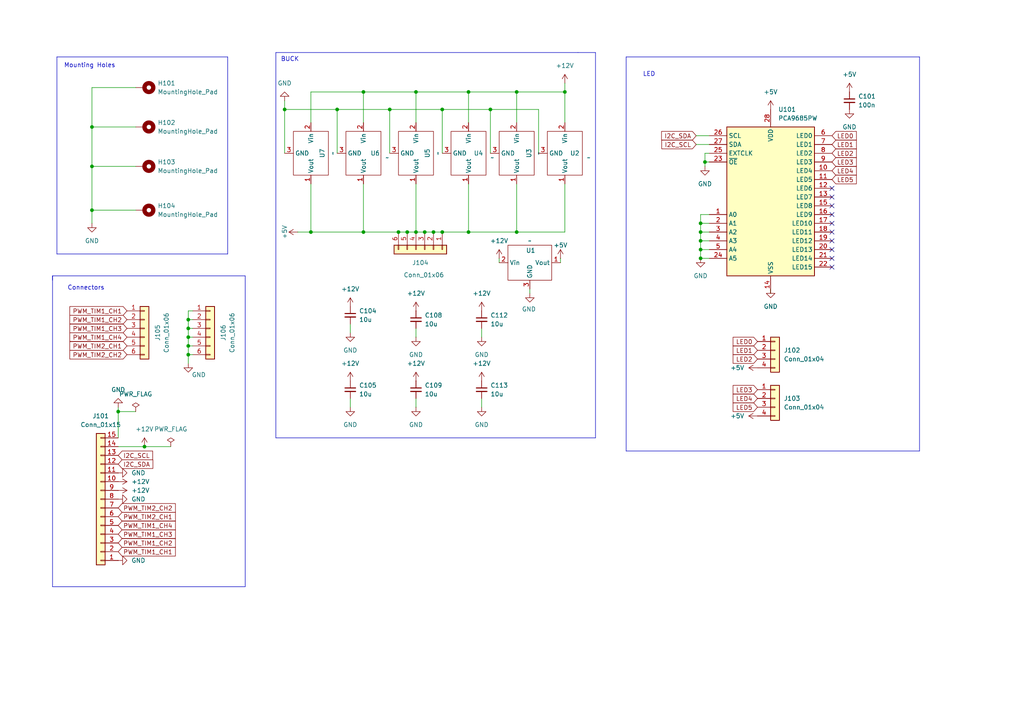
<source format=kicad_sch>
(kicad_sch (version 20231120) (generator "eeschema") (generator_version "8.0")
  (paper "A4")
  (title_block (title "PCB_tête") (date "2024-03-09") (rev "1.0") (company "ENSEA"))
  (lib_symbols
    (symbol "+5V_2" (power) (pin_numbers hide) (pin_names (offset 0) hide)
      (property "Value" "+5V" (at 0 3.556 0))
      (symbol "+5V_2_0_1"
        (polyline (pts (xy -0.762 1.27) (xy 0 2.54)))
        (polyline (pts (xy 0 0) (xy 0 2.54)))
        (polyline (pts (xy 0 2.54) (xy 0.762 1.27)))
      )
      (symbol "+5V_2_1_1"
        (pin power_in line (at 0 0 90) (length 0) (name "~") (number "1"))
      )
    )
    (symbol "Connector_Generic:Conn_01x04" (pin_names (offset 1.016) hide)
      (property "Reference" "J" (at 0 5.08 0))
      (property "Value" "Conn_01x04" (at 0 -7.62 0))
      (symbol "Conn_01x04_1_1"
        (rectangle (start -1.27 -4.953) (end 0 -5.207) (stroke (width 0.1524)))
        (rectangle (start -1.27 -2.413) (end 0 -2.667) (stroke (width 0.1524)))
        (rectangle (start -1.27 0.127) (end 0 -0.127) (stroke (width 0.1524)))
        (rectangle (start -1.27 2.667) (end 0 2.413) (stroke (width 0.1524)))
        (rectangle (start -1.27 3.81) (end 1.27 -6.35) (stroke (width 0.254)) (fill (type background)))
        (pin passive line (at -5.08 2.54 0) (length 3.81) (name "Pin_1") (number "1"))
        (pin passive line (at -5.08 0 0) (length 3.81) (name "Pin_2") (number "2"))
        (pin passive line (at -5.08 -2.54 0) (length 3.81) (name "Pin_3") (number "3"))
        (pin passive line (at -5.08 -5.08 0) (length 3.81) (name "Pin_4") (number "4"))
      )
    )
    (symbol "Connector_Generic:Conn_01x06" (pin_names (offset 1.016) hide)
      (property "Reference" "J" (at 0 7.62 0))
      (property "Value" "Conn_01x06" (at 0 -10.16 0))
      (symbol "Conn_01x06_1_1"
        (rectangle (start -1.27 -7.493) (end 0 -7.747) (stroke (width 0.1524)))
        (rectangle (start -1.27 -4.953) (end 0 -5.207) (stroke (width 0.1524)))
        (rectangle (start -1.27 -2.413) (end 0 -2.667) (stroke (width 0.1524)))
        (rectangle (start -1.27 0.127) (end 0 -0.127) (stroke (width 0.1524)))
        (rectangle (start -1.27 2.667) (end 0 2.413) (stroke (width 0.1524)))
        (rectangle (start -1.27 5.207) (end 0 4.953) (stroke (width 0.1524)))
        (rectangle (start -1.27 6.35) (end 1.27 -8.89) (stroke (width 0.254)) (fill (type background)))
        (pin passive line (at -5.08 5.08 0) (length 3.81) (name "Pin_1") (number "1"))
        (pin passive line (at -5.08 2.54 0) (length 3.81) (name "Pin_2") (number "2"))
        (pin passive line (at -5.08 0 0) (length 3.81) (name "Pin_3") (number "3"))
        (pin passive line (at -5.08 -2.54 0) (length 3.81) (name "Pin_4") (number "4"))
        (pin passive line (at -5.08 -5.08 0) (length 3.81) (name "Pin_5") (number "5"))
        (pin passive line (at -5.08 -7.62 0) (length 3.81) (name "Pin_6") (number "6"))
      )
    )
    (symbol "Connector_Generic:Conn_01x15" (pin_names (offset 1.016) hide)
      (property "Reference" "J" (at 0 20.32 0))
      (property "Value" "Conn_01x15" (at 0 -20.32 0))
      (symbol "Conn_01x15_1_1"
        (rectangle (start -1.27 -17.653) (end 0 -17.907) (stroke (width 0.1524)))
        (rectangle (start -1.27 -15.113) (end 0 -15.367) (stroke (width 0.1524)))
        (rectangle (start -1.27 -12.573) (end 0 -12.827) (stroke (width 0.1524)))
        (rectangle (start -1.27 -10.033) (end 0 -10.287) (stroke (width 0.1524)))
        (rectangle (start -1.27 -7.493) (end 0 -7.747) (stroke (width 0.1524)))
        (rectangle (start -1.27 -4.953) (end 0 -5.207) (stroke (width 0.1524)))
        (rectangle (start -1.27 -2.413) (end 0 -2.667) (stroke (width 0.1524)))
        (rectangle (start -1.27 0.127) (end 0 -0.127) (stroke (width 0.1524)))
        (rectangle (start -1.27 2.667) (end 0 2.413) (stroke (width 0.1524)))
        (rectangle (start -1.27 5.207) (end 0 4.953) (stroke (width 0.1524)))
        (rectangle (start -1.27 7.747) (end 0 7.493) (stroke (width 0.1524)))
        (rectangle (start -1.27 10.287) (end 0 10.033) (stroke (width 0.1524)))
        (rectangle (start -1.27 12.827) (end 0 12.573) (stroke (width 0.1524)))
        (rectangle (start -1.27 15.367) (end 0 15.113) (stroke (width 0.1524)))
        (rectangle (start -1.27 17.907) (end 0 17.653) (stroke (width 0.1524)))
        (rectangle (start -1.27 19.05) (end 1.27 -19.05) (stroke (width 0.254)) (fill (type background)))
        (pin passive line (at -5.08 17.78 0) (length 3.81) (name "Pin_1") (number "1"))
        (pin passive line (at -5.08 -5.08 0) (length 3.81) (name "Pin_10") (number "10"))
        (pin passive line (at -5.08 -7.62 0) (length 3.81) (name "Pin_11") (number "11"))
        (pin passive line (at -5.08 -10.16 0) (length 3.81) (name "Pin_12") (number "12"))
        (pin passive line (at -5.08 -12.7 0) (length 3.81) (name "Pin_13") (number "13"))
        (pin passive line (at -5.08 -15.24 0) (length 3.81) (name "Pin_14") (number "14"))
        (pin passive line (at -5.08 -17.78 0) (length 3.81) (name "Pin_15") (number "15"))
        (pin passive line (at -5.08 15.24 0) (length 3.81) (name "Pin_2") (number "2"))
        (pin passive line (at -5.08 12.7 0) (length 3.81) (name "Pin_3") (number "3"))
        (pin passive line (at -5.08 10.16 0) (length 3.81) (name "Pin_4") (number "4"))
        (pin passive line (at -5.08 7.62 0) (length 3.81) (name "Pin_5") (number "5"))
        (pin passive line (at -5.08 5.08 0) (length 3.81) (name "Pin_6") (number "6"))
        (pin passive line (at -5.08 2.54 0) (length 3.81) (name "Pin_7") (number "7"))
        (pin passive line (at -5.08 0 0) (length 3.81) (name "Pin_8") (number "8"))
        (pin passive line (at -5.08 -2.54 0) (length 3.81) (name "Pin_9") (number "9"))
      )
    )
    (symbol "Device:C_Small" (pin_numbers hide) (pin_names (offset 0.254) hide)
      (property "Reference" "C" (at 0.254 1.778 0))
      (property "Value" "C_Small" (at 0.254 -2.032 0))
      (symbol "C_Small_0_1"
        (polyline (pts (xy -1.524 -0.508) (xy 1.524 -0.508)) (stroke (width 0.3302)))
        (polyline (pts (xy -1.524 0.508) (xy 1.524 0.508)) (stroke (width 0.3048)))
      )
      (symbol "C_Small_1_1"
        (pin passive line (at 0 2.54 270) (length 2.032) (name "~") (number "1"))
        (pin passive line (at 0 -2.54 90) (length 2.032) (name "~") (number "2"))
      )
    )
    (symbol "Driver_LED:PCA9685PW"
      (property "Reference" "U" (at -12.7 22.225 0))
      (property "Value" "PCA9685PW" (at 1.27 22.225 0))
      (symbol "PCA9685PW_0_1"
        (rectangle (start -12.7 20.32) (end 12.7 -22.86) (stroke (width 0.254)) (fill (type background)))
      )
      (symbol "PCA9685PW_1_1"
        (pin input line (at -17.78 -5.08 0) (length 5.08) (name "A0") (number "1"))
        (pin output line (at 17.78 7.62 180) (length 5.08) (name "LED4") (number "10"))
        (pin output line (at 17.78 5.08 180) (length 5.08) (name "LED5") (number "11"))
        (pin output line (at 17.78 2.54 180) (length 5.08) (name "LED6") (number "12"))
        (pin output line (at 17.78 0 180) (length 5.08) (name "LED7") (number "13"))
        (pin power_in line (at 0 -27.94 90) (length 5.08) (name "VSS") (number "14"))
        (pin output line (at 17.78 -2.54 180) (length 5.08) (name "LED8") (number "15"))
        (pin output line (at 17.78 -5.08 180) (length 5.08) (name "LED9") (number "16"))
        (pin output line (at 17.78 -7.62 180) (length 5.08) (name "LED10") (number "17"))
        (pin output line (at 17.78 -10.16 180) (length 5.08) (name "LED11") (number "18"))
        (pin output line (at 17.78 -12.7 180) (length 5.08) (name "LED12") (number "19"))
        (pin input line (at -17.78 -7.62 0) (length 5.08) (name "A1") (number "2"))
        (pin output line (at 17.78 -15.24 180) (length 5.08) (name "LED13") (number "20"))
        (pin output line (at 17.78 -17.78 180) (length 5.08) (name "LED14") (number "21"))
        (pin output line (at 17.78 -20.32 180) (length 5.08) (name "LED15") (number "22"))
        (pin input line (at -17.78 10.16 0) (length 5.08) (name "~{OE}") (number "23"))
        (pin input line (at -17.78 -17.78 0) (length 5.08) (name "A5") (number "24"))
        (pin input line (at -17.78 12.7 0) (length 5.08) (name "EXTCLK") (number "25"))
        (pin input line (at -17.78 17.78 0) (length 5.08) (name "SCL") (number "26"))
        (pin bidirectional line (at -17.78 15.24 0) (length 5.08) (name "SDA") (number "27"))
        (pin power_in line (at 0 25.4 270) (length 5.08) (name "VDD") (number "28"))
        (pin input line (at -17.78 -10.16 0) (length 5.08) (name "A2") (number "3"))
        (pin input line (at -17.78 -12.7 0) (length 5.08) (name "A3") (number "4"))
        (pin input line (at -17.78 -15.24 0) (length 5.08) (name "A4") (number "5"))
        (pin output line (at 17.78 17.78 180) (length 5.08) (name "LED0") (number "6"))
        (pin output line (at 17.78 15.24 180) (length 5.08) (name "LED1") (number "7"))
        (pin output line (at 17.78 12.7 180) (length 5.08) (name "LED2") (number "8"))
        (pin output line (at 17.78 10.16 180) (length 5.08) (name "LED3") (number "9"))
      )
    )
    (symbol "GND_1" (power) (pin_numbers hide) (pin_names (offset 0) hide)
      (property "Value" "GND" (at 0 -3.81 0))
      (symbol "GND_1_0_1"
        (polyline (pts (xy 0 0) (xy 0 -1.27) (xy 1.27 -1.27) (xy 0 -2.54) (xy -1.27 -1.27) (xy 0 -1.27)))
      )
      (symbol "GND_1_1_1"
        (pin power_in line (at 0 0 270) (length 0) (name "~") (number "1"))
      )
    )
    (symbol "GND_2" (power) (pin_numbers hide) (pin_names (offset 0) hide)
      (property "Value" "GND" (at 0 -3.81 0))
      (symbol "GND_2_0_1"
        (polyline (pts (xy 0 0) (xy 0 -1.27) (xy 1.27 -1.27) (xy 0 -2.54) (xy -1.27 -1.27) (xy 0 -1.27)))
      )
      (symbol "GND_2_1_1"
        (pin power_in line (at 0 0 270) (length 0) (name "~") (number "1"))
      )
    )
    (symbol "GND_3" (power) (pin_numbers hide) (pin_names (offset 0) hide)
      (property "Value" "GND" (at 0 -3.81 0))
      (symbol "GND_3_0_1"
        (polyline (pts (xy 0 0) (xy 0 -1.27) (xy 1.27 -1.27) (xy 0 -2.54) (xy -1.27 -1.27) (xy 0 -1.27)))
      )
      (symbol "GND_3_1_1"
        (pin power_in line (at 0 0 270) (length 0) (name "~") (number "1"))
      )
    )
    (symbol "GND_4" (power) (pin_numbers hide) (pin_names (offset 0) hide)
      (property "Value" "GND" (at 0 -3.81 0))
      (symbol "GND_4_0_1"
        (polyline (pts (xy 0 0) (xy 0 -1.27) (xy 1.27 -1.27) (xy 0 -2.54) (xy -1.27 -1.27) (xy 0 -1.27)))
      )
      (symbol "GND_4_1_1"
        (pin power_in line (at 0 0 270) (length 0) (name "~") (number "1"))
      )
    )
    (symbol "Mechanical:MountingHole_Pad" (pin_numbers hide) (pin_names (offset 1.016) hide)
      (property "Reference" "H" (at 0 6.35 0))
      (property "Value" "MountingHole_Pad" (at 0 4.445 0))
      (symbol "MountingHole_Pad_0_1"
        (circle (center 0 1.27) (radius 1.27) (stroke (width 1.27)))
      )
      (symbol "MountingHole_Pad_1_1"
        (pin input line (at 0 -2.54 90) (length 2.54) (name "1") (number "1"))
      )
    )
    (symbol "buck:173010x42"
      (property "Reference" "U" (at 0 0 0))
      (symbol "173010x42_0_1"
        (polyline (pts (xy -6.35 5.08) (xy -6.35 -5.08) (xy 6.35 -5.08) (xy 6.35 5.08) (xy -6.35 5.08)))
      )
      (symbol "173010x42_1_1"
        (pin output line (at 8.89 0 180) (length 2.54) (name "Vout") (number "1"))
        (pin input line (at -8.89 0 0) (length 2.54) (name "Vin") (number "2"))
        (pin passive line (at 0 -7.62 90) (length 2.54) (name "GND") (number "3"))
      )
    )
    (symbol "power:+12V" (power) (pin_numbers hide) (pin_names (offset 0) hide)
      (property "Value" "+12V" (at 0 3.556 0))
      (symbol "+12V_0_1"
        (polyline (pts (xy -0.762 1.27) (xy 0 2.54)))
        (polyline (pts (xy 0 0) (xy 0 2.54)))
        (polyline (pts (xy 0 2.54) (xy 0.762 1.27)))
      )
      (symbol "+12V_1_1"
        (pin power_in line (at 0 0 90) (length 0) (name "~") (number "1"))
      )
    )
    (symbol "power:+5V" (power) (pin_names (offset 0))
      (property "Value" "+5V" (at 0 3.556 0))
      (symbol "+5V_0_1"
        (polyline (pts (xy -0.762 1.27) (xy 0 2.54)))
        (polyline (pts (xy 0 0) (xy 0 2.54)))
        (polyline (pts (xy 0 2.54) (xy 0.762 1.27)))
      )
      (symbol "+5V_1_1"
        (pin power_in line (at 0 0 90) (length 0) hide (name "+5V") (number "1"))
      )
    )
    (symbol "power:GND" (power) (pin_names (offset 0))
      (property "Value" "GND" (at 0 -3.81 0))
      (symbol "GND_0_1"
        (polyline (pts (xy 0 0) (xy 0 -1.27) (xy 1.27 -1.27) (xy 0 -2.54) (xy -1.27 -1.27) (xy 0 -1.27)))
      )
      (symbol "GND_1_1"
        (pin power_in line (at 0 0 270) (length 0) hide (name "GND") (number "1"))
      )
    )
    (symbol "power:PWR_FLAG" (power) (pin_numbers hide) (pin_names (offset 0) hide)
      (property "Value" "PWR_FLAG" (at 0 3.81 0))
      (symbol "PWR_FLAG_0_0"
        (pin power_out line (at 0 0 90) (length 0) (name "~") (number "1"))
      )
      (symbol "PWR_FLAG_0_1"
        (polyline (pts (xy 0 0) (xy 0 1.27) (xy -1.016 1.905) (xy 0 2.54) (xy 1.016 1.905) (xy 0 1.27)))
      )
    )
  )
  (junction (at 118.11 67.31))
  (junction (at 54.61 102.87))
  (junction (at 135.89 67.31))
  (junction (at 135.89 26.67))
  (junction (at 115.57 67.31))
  (junction (at 97.79 31.75))
  (junction (at 149.86 26.67))
  (junction (at 120.65 26.67))
  (junction (at 142.24 31.75))
  (junction (at 113.03 31.75))
  (junction (at 26.67 36.83))
  (junction (at 54.61 100.33))
  (junction (at 90.17 67.31))
  (junction (at 203.2 72.39))
  (junction (at 203.2 74.93))
  (junction (at 105.41 67.31))
  (junction (at 26.67 48.26))
  (junction (at 34.29 119.38))
  (junction (at 105.41 26.67))
  (junction (at 125.73 67.31))
  (junction (at 54.61 95.25))
  (junction (at 128.27 31.75))
  (junction (at 82.55 31.75))
  (junction (at 163.83 26.67))
  (junction (at 203.2 64.77))
  (junction (at 203.2 67.31))
  (junction (at 149.86 67.31))
  (junction (at 54.61 92.71))
  (junction (at 204.47 46.99))
  (junction (at 54.61 97.79))
  (junction (at 120.65 67.31))
  (junction (at 123.19 67.31))
  (junction (at 128.27 67.31))
  (junction (at 203.2 69.85))
  (junction (at 41.91 129.54))
  (junction (at 26.67 60.96))
  (no_connect (at 241.3 74.93))
  (no_connect (at 241.3 62.23))
  (no_connect (at 241.3 57.15))
  (no_connect (at 241.3 59.69))
  (no_connect (at 241.3 67.31))
  (no_connect (at 241.3 72.39))
  (no_connect (at 241.3 77.47))
  (no_connect (at 241.3 64.77))
  (no_connect (at 241.3 54.61))
  (no_connect (at 241.3 69.85))
  (wire (pts (xy 82.55 44.45) (xy 82.55 31.75)))
  (wire (pts (xy 128.27 44.45) (xy 128.27 31.75)))
  (polyline (pts (xy 15.24 80.01) (xy 15.24 81.28)))
  (wire (pts (xy 205.74 46.99) (xy 204.47 46.99)))
  (wire (pts (xy 149.86 67.31) (xy 149.86 53.34)))
  (wire (pts (xy 90.17 26.67) (xy 105.41 26.67)))
  (wire (pts (xy 120.65 35.56) (xy 120.65 26.67)))
  (polyline (pts (xy 80.01 127) (xy 172.72 127)))
  (wire (pts (xy 203.2 64.77) (xy 203.2 67.31)))
  (wire (pts (xy 26.67 60.96) (xy 39.37 60.96)))
  (wire (pts (xy 54.61 97.79) (xy 54.61 95.25)))
  (wire (pts (xy 135.89 26.67) (xy 149.86 26.67)))
  (wire (pts (xy 223.52 83.82) (xy 223.52 85.09)))
  (wire (pts (xy 34.29 118.11) (xy 34.29 119.38)))
  (wire (pts (xy 149.86 67.31) (xy 163.83 67.31)))
  (wire (pts (xy 41.91 129.54) (xy 49.53 129.54)))
  (wire (pts (xy 149.86 26.67) (xy 163.83 26.67)))
  (wire (pts (xy 139.7 95.25) (xy 139.7 97.79)))
  (wire (pts (xy 125.73 67.31) (xy 128.27 67.31)))
  (wire (pts (xy 201.93 39.37) (xy 205.74 39.37)))
  (wire (pts (xy 203.2 72.39) (xy 203.2 74.93)))
  (wire (pts (xy 90.17 67.31) (xy 90.17 53.34)))
  (wire (pts (xy 82.55 29.21) (xy 82.55 31.75)))
  (wire (pts (xy 39.37 36.83) (xy 26.67 36.83)))
  (polyline (pts (xy 66.04 73.66) (xy 66.04 16.51)))
  (wire (pts (xy 97.79 31.75) (xy 113.03 31.75)))
  (wire (pts (xy 163.83 67.31) (xy 163.83 53.34)))
  (polyline (pts (xy 71.12 80.01) (xy 15.24 80.01)))
  (wire (pts (xy 204.47 44.45) (xy 204.47 46.99)))
  (polyline (pts (xy 181.61 130.81) (xy 266.7 130.81)))
  (wire (pts (xy 203.2 67.31) (xy 205.74 67.31)))
  (wire (pts (xy 118.11 67.31) (xy 115.57 67.31)))
  (wire (pts (xy 205.74 44.45) (xy 204.47 44.45)))
  (polyline (pts (xy 167.64 15.24) (xy 172.72 15.24)))
  (wire (pts (xy 205.74 62.23) (xy 203.2 62.23)))
  (wire (pts (xy 163.83 35.56) (xy 163.83 26.67)))
  (wire (pts (xy 105.41 67.31) (xy 90.17 67.31)))
  (wire (pts (xy 26.67 25.4) (xy 26.67 36.83)))
  (wire (pts (xy 26.67 60.96) (xy 26.67 64.77)))
  (polyline (pts (xy 266.7 130.81) (xy 266.7 16.51)))
  (wire (pts (xy 26.67 36.83) (xy 26.67 48.26)))
  (polyline (pts (xy 16.51 16.51) (xy 66.04 16.51)))
  (wire (pts (xy 101.6 115.57) (xy 101.6 118.11)))
  (wire (pts (xy 26.67 48.26) (xy 26.67 60.96)))
  (wire (pts (xy 54.61 95.25) (xy 54.61 92.71)))
  (wire (pts (xy 90.17 26.67) (xy 90.17 35.56)))
  (wire (pts (xy 203.2 74.93) (xy 205.74 74.93)))
  (wire (pts (xy 204.47 46.99) (xy 204.47 48.26)))
  (wire (pts (xy 120.65 95.25) (xy 120.65 97.79)))
  (wire (pts (xy 153.67 83.82) (xy 153.67 85.09)))
  (polyline (pts (xy 80.01 15.24) (xy 80.01 127)))
  (wire (pts (xy 120.65 115.57) (xy 120.65 118.11)))
  (wire (pts (xy 203.2 69.85) (xy 203.2 72.39)))
  (wire (pts (xy 203.2 67.31) (xy 203.2 69.85)))
  (wire (pts (xy 54.61 100.33) (xy 54.61 97.79)))
  (wire (pts (xy 54.61 92.71) (xy 55.88 92.71)))
  (polyline (pts (xy 172.72 127) (xy 172.72 15.24)))
  (wire (pts (xy 135.89 53.34) (xy 135.89 67.31)))
  (wire (pts (xy 162.56 74.93) (xy 162.56 76.2)))
  (wire (pts (xy 142.24 44.45) (xy 142.24 31.75)))
  (wire (pts (xy 34.29 119.38) (xy 39.37 119.38)))
  (wire (pts (xy 201.93 41.91) (xy 205.74 41.91)))
  (wire (pts (xy 86.36 67.31) (xy 90.17 67.31)))
  (polyline (pts (xy 71.12 170.18) (xy 71.12 80.01)))
  (wire (pts (xy 120.65 26.67) (xy 135.89 26.67)))
  (wire (pts (xy 34.29 119.38) (xy 34.29 127)))
  (wire (pts (xy 120.65 67.31) (xy 123.19 67.31)))
  (wire (pts (xy 54.61 90.17) (xy 55.88 90.17)))
  (wire (pts (xy 82.55 31.75) (xy 97.79 31.75)))
  (polyline (pts (xy 181.61 16.51) (xy 266.7 16.51)))
  (polyline (pts (xy 15.24 170.18) (xy 71.12 170.18)))
  (wire (pts (xy 135.89 67.31) (xy 149.86 67.31)))
  (wire (pts (xy 203.2 62.23) (xy 203.2 64.77)))
  (wire (pts (xy 163.83 24.13) (xy 163.83 26.67)))
  (wire (pts (xy 105.41 26.67) (xy 105.41 35.56)))
  (wire (pts (xy 128.27 67.31) (xy 135.89 67.31)))
  (wire (pts (xy 203.2 64.77) (xy 205.74 64.77)))
  (wire (pts (xy 142.24 31.75) (xy 156.21 31.75)))
  (wire (pts (xy 54.61 102.87) (xy 55.88 102.87)))
  (wire (pts (xy 54.61 105.41) (xy 54.61 102.87)))
  (wire (pts (xy 203.2 69.85) (xy 205.74 69.85)))
  (wire (pts (xy 156.21 44.45) (xy 156.21 31.75)))
  (wire (pts (xy 97.79 31.75) (xy 97.79 44.45)))
  (wire (pts (xy 39.37 25.4) (xy 26.67 25.4)))
  (wire (pts (xy 118.11 67.31) (xy 120.65 67.31)))
  (wire (pts (xy 149.86 35.56) (xy 149.86 26.67)))
  (wire (pts (xy 26.67 48.26) (xy 39.37 48.26)))
  (wire (pts (xy 135.89 35.56) (xy 135.89 26.67)))
  (polyline (pts (xy 15.24 80.01) (xy 15.24 170.18)))
  (wire (pts (xy 115.57 67.31) (xy 105.41 67.31)))
  (polyline (pts (xy 16.51 16.51) (xy 16.51 73.66)))
  (wire (pts (xy 128.27 31.75) (xy 142.24 31.75)))
  (wire (pts (xy 113.03 31.75) (xy 128.27 31.75)))
  (wire (pts (xy 54.61 102.87) (xy 54.61 100.33)))
  (wire (pts (xy 120.65 26.67) (xy 105.41 26.67)))
  (wire (pts (xy 139.7 115.57) (xy 139.7 118.11)))
  (wire (pts (xy 101.6 93.98) (xy 101.6 96.52)))
  (wire (pts (xy 54.61 92.71) (xy 54.61 90.17)))
  (wire (pts (xy 120.65 67.31) (xy 120.65 53.34)))
  (polyline (pts (xy 80.01 15.24) (xy 167.64 15.24)))
  (polyline (pts (xy 181.61 16.51) (xy 181.61 130.81)))
  (wire (pts (xy 105.41 53.34) (xy 105.41 67.31)))
  (wire (pts (xy 54.61 95.25) (xy 55.88 95.25)))
  (wire (pts (xy 203.2 72.39) (xy 205.74 72.39)))
  (wire (pts (xy 144.78 74.93) (xy 144.78 76.2)))
  (wire (pts (xy 41.91 129.54) (xy 34.29 129.54)))
  (polyline (pts (xy 16.51 73.66) (xy 66.04 73.66)))
  (wire (pts (xy 54.61 97.79) (xy 55.88 97.79)))
  (wire (pts (xy 113.03 44.45) (xy 113.03 31.75)))
  (wire (pts (xy 123.19 67.31) (xy 125.73 67.31)))
  (wire (pts (xy 54.61 100.33) (xy 55.88 100.33)))
  (text "LED " (at 186.436 22.352 0) (effects (font (size 1.27 1.27)) (justify left bottom)))
  (text "BUCK \n" (at 84.582 17.272 0) (effects (font (size 1.27 1.27))))
  (text "Connectors" (at 19.558 84.328 0) (effects (font (size 1.27 1.27)) (justify left bottom)))
  (text "Mounting Holes" (at 18.542 19.812 0) (effects (font (size 1.27 1.27)) (justify left bottom)))
  (global_label "LED5" (shape input) (at 219.71 118.11 180) (property "Intersheetrefs" "${INTERSHEET_REFS}" (effects (hide yes))))
  (global_label "PWM_TIM2_CH2" (shape input) (at 36.83 102.87 180) (property "Intersheetrefs" "${INTERSHEET_REFS}" (effects (hide yes))))
  (global_label "PWM_TIM1_CH4" (shape input) (at 34.29 152.4 0) (property "Intersheetrefs" "${INTERSHEET_REFS}" (effects (hide yes))))
  (global_label "LED1" (shape input) (at 219.71 101.6 180) (property "Intersheetrefs" "${INTERSHEET_REFS}" (effects (hide yes))))
  (global_label "LED1" (shape input) (at 241.3 41.91 0) (property "Intersheetrefs" "${INTERSHEET_REFS}" (effects (hide yes))))
  (global_label "LED4" (shape input) (at 219.71 115.57 180) (property "Intersheetrefs" "${INTERSHEET_REFS}" (effects (hide yes))))
  (global_label "PWM_TIM2_CH2" (shape input) (at 34.29 147.32 0) (property "Intersheetrefs" "${INTERSHEET_REFS}" (effects (hide yes))))
  (global_label "PWM_TIM1_CH3" (shape input) (at 34.29 154.94 0) (property "Intersheetrefs" "${INTERSHEET_REFS}" (effects (hide yes))))
  (global_label "I2C_SCL" (shape input) (at 201.93 41.91 180) (property "Intersheetrefs" "${INTERSHEET_REFS}" (effects (hide yes))))
  (global_label "I2C_SDA" (shape input) (at 201.93 39.37 180) (property "Intersheetrefs" "${INTERSHEET_REFS}" (effects (hide yes))))
  (global_label "LED2" (shape input) (at 241.3 44.45 0) (property "Intersheetrefs" "${INTERSHEET_REFS}" (effects (hide yes))))
  (global_label "PWM_TIM1_CH4" (shape input) (at 36.83 97.79 180) (property "Intersheetrefs" "${INTERSHEET_REFS}" (effects (hide yes))))
  (global_label "PWM_TIM1_CH1" (shape input) (at 36.83 90.17 180) (property "Intersheetrefs" "${INTERSHEET_REFS}" (effects (hide yes))))
  (global_label "PWM_TIM1_CH2" (shape input) (at 34.29 157.48 0) (property "Intersheetrefs" "${INTERSHEET_REFS}" (effects (hide yes))))
  (global_label "LED5" (shape input) (at 241.3 52.07 0) (property "Intersheetrefs" "${INTERSHEET_REFS}" (effects (hide yes))))
  (global_label "PWM_TIM1_CH3" (shape input) (at 36.83 95.25 180) (property "Intersheetrefs" "${INTERSHEET_REFS}" (effects (hide yes))))
  (global_label "I2C_SDA" (shape input) (at 34.29 134.62 0) (property "Intersheetrefs" "${INTERSHEET_REFS}" (effects (hide yes))))
  (global_label "LED0" (shape input) (at 219.71 99.06 180) (property "Intersheetrefs" "${INTERSHEET_REFS}" (effects (hide yes))))
  (global_label "LED4" (shape input) (at 241.3 49.53 0) (property "Intersheetrefs" "${INTERSHEET_REFS}" (effects (hide yes))))
  (global_label "I2C_SCL" (shape input) (at 34.29 132.08 0) (property "Intersheetrefs" "${INTERSHEET_REFS}" (effects (hide yes))))
  (global_label "LED2" (shape input) (at 219.71 104.14 180) (property "Intersheetrefs" "${INTERSHEET_REFS}" (effects (hide yes))))
  (global_label "PWM_TIM1_CH2" (shape input) (at 36.83 92.71 180) (property "Intersheetrefs" "${INTERSHEET_REFS}" (effects (hide yes))))
  (global_label "LED3" (shape input) (at 241.3 46.99 0) (property "Intersheetrefs" "${INTERSHEET_REFS}" (effects (hide yes))))
  (global_label "PWM_TIM2_CH1" (shape input) (at 36.83 100.33 180) (property "Intersheetrefs" "${INTERSHEET_REFS}" (effects (hide yes))))
  (global_label "LED0" (shape input) (at 241.3 39.37 0) (property "Intersheetrefs" "${INTERSHEET_REFS}" (effects (hide yes))))
  (global_label "PWM_TIM2_CH1" (shape input) (at 34.29 149.86 0) (property "Intersheetrefs" "${INTERSHEET_REFS}" (effects (hide yes))))
  (global_label "PWM_TIM1_CH1" (shape input) (at 34.29 160.02 0) (property "Intersheetrefs" "${INTERSHEET_REFS}" (effects (hide yes))))
  (global_label "LED3" (shape input) (at 219.71 113.03 180) (property "Intersheetrefs" "${INTERSHEET_REFS}" (effects (hide yes))))
  (symbol (lib_name "GND_1") (lib_id "power:GND") (at 34.29 144.78 90) (unit 1)
    (property "Reference" "#PWR0117" (effects (hide yes)))
    (property "Value" "GND" (at 38.1 144.7799 90) (effects (justify right)))
    (property "Description" "Power symbol creates a global label with name \"GND\" , ground" (effects (hide yes)))
  )
  (symbol (lib_id "Mechanical:MountingHole_Pad") (at 41.91 36.83 270) (unit 1)
    (property "Reference" "H102" (at 45.72 35.56 90) (effects (justify left)))
    (property "Value" "MountingHole_Pad" (at 45.72 38.1 90) (effects (justify left)))
    (property "Footprint" "MountingHole:MountingHole_3.2mm_M3_Pad_Via" (effects (hide yes)))
  )
  (symbol (lib_id "power:+12V") (at 34.29 139.7 270) (unit 1)
    (property "Reference" "#PWR0115" (effects (hide yes)))
    (property "Value" "+12V" (at 38.1 139.6999 90) (effects (justify left)))
    (property "Description" "Power symbol creates a global label with name \"+12V\"" (effects (hide yes)))
  )
  (symbol (lib_id "power:+5V") (at 219.71 106.68 90) (unit 1)
    (property "Reference" "#PWR0111" (effects (hide yes)))
    (property "Value" "+5V" (at 215.9 106.6799 90) (effects (justify left)))
  )
  (symbol (lib_id "Device:C_Small") (at 120.65 92.71 0) (unit 1)
    (property "Reference" "C108" (at 123.19 91.4463 0) (effects (justify left)))
    (property "Value" "10u" (at 123.19 93.9863 0) (effects (justify left)))
    (property "Footprint" "Capacitor_SMD:C_0603_1608Metric" (effects (hide yes)))
  )
  (symbol (lib_name "GND_1") (lib_id "power:GND") (at 34.29 137.16 90) (unit 1)
    (property "Reference" "#PWR0114" (effects (hide yes)))
    (property "Value" "GND" (at 38.1 137.1599 90) (effects (justify right)))
    (property "Description" "Power symbol creates a global label with name \"GND\" , ground" (effects (hide yes)))
  )
  (symbol (lib_id "buck:173010x42") (at 135.89 44.45 270) (unit 1)
    (property "Reference" "U4" (at 137.414 44.45 90) (effects (justify left)))
    (property "Value" "~" (at 142.24 45.72 90) (effects (justify left)))
    (property "Footprint" "buck:173010x42" (effects (hide yes)))
  )
  (symbol (lib_id "Connector_Generic:Conn_01x04") (at 224.79 101.6 0) (unit 1)
    (property "Reference" "J102" (at 227.33 101.5999 0) (effects (justify left)))
    (property "Value" "Conn_01x04" (at 227.33 104.1399 0) (effects (justify left)))
    (property "Footprint" "Connector_JST:JST_XH_B4B-XH-A_1x04_P2.50mm_Vertical" (effects (hide yes)))
    (property "Description" "Generic connector, single row, 01x04, script generated (kicad-library-utils/schlib/autogen/connector/)" (effects (hide yes)))
  )
  (symbol (lib_name "GND_3") (lib_id "power:GND") (at 120.65 97.79 0) (unit 1)
    (property "Reference" "#PWR0125" (effects (hide yes)))
    (property "Value" "GND" (at 120.65 102.87 0))
    (property "Description" "Power symbol creates a global label with name \"GND\" , ground" (effects (hide yes)))
  )
  (symbol (lib_name "+5V_2") (lib_id "power:+5V") (at 162.56 74.93 0) (unit 1)
    (property "Reference" "#PWR0110" (effects (hide yes)))
    (property "Value" "+5V" (at 160.528 71.12 0) (effects (justify left)))
    (property "Description" "Power symbol creates a global label with name \"+5V\"" (effects (hide yes)))
  )
  (symbol (lib_id "power:+5V") (at 246.38 26.67 0) (unit 1)
    (property "Reference" "#PWR0107" (effects (hide yes)))
    (property "Value" "+5V" (at 246.38 21.59 0))
  )
  (symbol (lib_name "GND_4") (lib_id "power:GND") (at 82.55 29.21 180) (unit 1)
    (property "Reference" "#PWR01" (effects (hide yes)))
    (property "Value" "GND" (at 82.55 24.13 0))
    (property "Description" "Power symbol creates a global label with name \"GND\" , ground" (effects (hide yes)))
  )
  (symbol (lib_id "power:GND") (at 223.52 83.82 0) (unit 1)
    (property "Reference" "#PWR0105" (effects (hide yes)))
    (property "Value" "GND" (at 223.52 88.9 0))
  )
  (symbol (lib_id "Device:C_Small") (at 101.6 113.03 0) (unit 1)
    (property "Reference" "C105" (at 104.14 111.7663 0) (effects (justify left)))
    (property "Value" "10u" (at 104.14 114.3063 0) (effects (justify left)))
    (property "Footprint" "Capacitor_SMD:C_0603_1608Metric" (effects (hide yes)))
  )
  (symbol (lib_id "buck:173010x42") (at 90.17 44.45 270) (unit 1)
    (property "Reference" "U7" (at 93.472 44.45 0))
    (property "Value" "~" (at 96.52 44.45 0))
    (property "Footprint" "buck:173010x42" (effects (hide yes)))
  )
  (symbol (lib_id "power:GND") (at 54.61 105.41 0) (unit 1)
    (property "Reference" "#PWR0124" (effects (hide yes)))
    (property "Value" "GND" (at 57.658 108.712 0))
  )
  (symbol (lib_id "Connector_Generic:Conn_01x15") (at 29.21 144.78 180) (unit 1)
    (property "Reference" "J101" (at 29.21 120.65 0))
    (property "Value" "Conn_01x15" (at 29.21 123.19 0))
    (property "Footprint" "libs:CONN15_31321_WRE" (effects (hide yes)))
    (property "Datasheet" "https://www.we-online.com/components/products/datasheet/618015231321.pdf" (effects (hide yes)))
    (property "MPN" "618015231321" (effects (hide yes)))
  )
  (symbol (lib_id "power:+5V") (at 219.71 120.65 90) (unit 1)
    (property "Reference" "#PWR0112" (effects (hide yes)))
    (property "Value" "+5V" (at 215.9 120.6499 90) (effects (justify left)))
  )
  (symbol (lib_id "power:GND") (at 26.67 64.77 0) (unit 1)
    (property "Reference" "#PWR0101" (effects (hide yes)))
    (property "Value" "GND" (at 26.67 69.85 0))
  )
  (symbol (lib_id "power:+12V") (at 139.7 90.17 0) (unit 1)
    (property "Reference" "#PWR04" (effects (hide yes)))
    (property "Value" "+12V" (at 139.7 85.09 0))
    (property "Description" "Power symbol creates a global label with name \"+12V\"" (effects (hide yes)))
  )
  (symbol (lib_id "power:+12V") (at 41.91 129.54 0) (unit 1)
    (property "Reference" "#PWR0119" (effects (hide yes)))
    (property "Value" "+12V" (at 41.91 124.46 0))
    (property "Description" "Power symbol creates a global label with name \"+12V\"" (effects (hide yes)))
  )
  (symbol (lib_name "GND_3") (lib_id "power:GND") (at 153.67 85.09 0) (unit 1)
    (property "Reference" "#PWR0109" (effects (hide yes)))
    (property "Value" "GND" (at 155.448 89.662 0) (effects (justify right)))
    (property "Description" "Power symbol creates a global label with name \"GND\" , ground" (effects (hide yes)))
  )
  (symbol (lib_id "Device:C_Small") (at 246.38 29.21 0) (unit 1)
    (property "Reference" "C101" (at 248.92 27.9463 0) (effects (justify left)))
    (property "Value" "100n" (at 248.92 30.4863 0) (effects (justify left)))
    (property "Footprint" "Capacitor_SMD:C_0402_1005Metric" (effects (hide yes)))
  )
  (symbol (lib_id "power:+12V") (at 144.78 74.93 0) (unit 1)
    (property "Reference" "#PWR0106" (effects (hide yes)))
    (property "Value" "+12V" (at 144.78 69.85 0))
    (property "Description" "Power symbol creates a global label with name \"+12V\"" (effects (hide yes)))
  )
  (symbol (lib_id "Device:C_Small") (at 139.7 113.03 0) (unit 1)
    (property "Reference" "C113" (at 142.24 111.7663 0) (effects (justify left)))
    (property "Value" "10u" (at 142.24 114.3063 0) (effects (justify left)))
    (property "Footprint" "Capacitor_SMD:C_0603_1608Metric" (effects (hide yes)))
  )
  (symbol (lib_id "power:GND") (at 246.38 31.75 0) (unit 1)
    (property "Reference" "#PWR0108" (effects (hide yes)))
    (property "Value" "GND" (at 246.38 36.83 0))
  )
  (symbol (lib_name "GND_3") (lib_id "power:GND") (at 139.7 118.11 0) (unit 1)
    (property "Reference" "#PWR0128" (effects (hide yes)))
    (property "Value" "GND" (at 139.7 123.19 0))
    (property "Description" "Power symbol creates a global label with name \"GND\" , ground" (effects (hide yes)))
  )
  (symbol (lib_id "power:+12V") (at 120.65 90.17 0) (unit 1)
    (property "Reference" "#PWR03" (effects (hide yes)))
    (property "Value" "+12V" (at 120.65 85.09 0))
    (property "Description" "Power symbol creates a global label with name \"+12V\"" (effects (hide yes)))
  )
  (symbol (lib_id "buck:173010x42") (at 149.86 44.45 270) (unit 1)
    (property "Reference" "U3" (at 153.416 44.45 0))
    (property "Value" "~" (at 156.21 44.45 0))
    (property "Footprint" "buck:173010x42" (effects (hide yes)))
  )
  (symbol (lib_name "GND_1") (lib_id "power:GND") (at 34.29 118.11 180) (unit 1)
    (property "Reference" "#PWR0113" (effects (hide yes)))
    (property "Value" "GND" (at 34.29 113.03 0))
    (property "Description" "Power symbol creates a global label with name \"GND\" , ground" (effects (hide yes)))
  )
  (symbol (lib_id "Connector_Generic:Conn_01x04") (at 224.79 115.57 0) (unit 1)
    (property "Reference" "J103" (at 227.33 115.5699 0) (effects (justify left)))
    (property "Value" "Conn_01x04" (at 227.33 118.1099 0) (effects (justify left)))
    (property "Footprint" "Connector_JST:JST_XH_B4B-XH-A_1x04_P2.50mm_Vertical" (effects (hide yes)))
    (property "Description" "Generic connector, single row, 01x04, script generated (kicad-library-utils/schlib/autogen/connector/)" (effects (hide yes)))
  )
  (symbol (lib_id "power:PWR_FLAG") (at 49.53 129.54 0) (unit 1)
    (property "Reference" "#FLG0102" (effects (hide yes)))
    (property "Value" "PWR_FLAG" (at 49.53 124.46 0))
    (property "Description" "Special symbol for telling ERC where power comes from" (effects (hide yes)))
  )
  (symbol (lib_id "Mechanical:MountingHole_Pad") (at 41.91 25.4 270) (unit 1)
    (property "Reference" "H101" (at 45.72 24.13 90) (effects (justify left)))
    (property "Value" "MountingHole_Pad" (at 45.72 26.67 90) (effects (justify left)))
    (property "Footprint" "MountingHole:MountingHole_3.2mm_M3_Pad_Via" (effects (hide yes)))
  )
  (symbol (lib_id "power:+12V") (at 101.6 88.9 0) (unit 1)
    (property "Reference" "#PWR02" (effects (hide yes)))
    (property "Value" "+12V" (at 101.6 83.82 0))
    (property "Description" "Power symbol creates a global label with name \"+12V\"" (effects (hide yes)))
  )
  (symbol (lib_name "GND_3") (lib_id "power:GND") (at 101.6 96.52 0) (unit 1)
    (property "Reference" "#PWR0122" (effects (hide yes)))
    (property "Value" "GND" (at 101.6 101.6 0))
    (property "Description" "Power symbol creates a global label with name \"GND\" , ground" (effects (hide yes)))
  )
  (symbol (lib_name "GND_3") (lib_id "power:GND") (at 101.6 118.11 0) (unit 1)
    (property "Reference" "#PWR0123" (effects (hide yes)))
    (property "Value" "GND" (at 101.6 123.19 0))
    (property "Description" "Power symbol creates a global label with name \"GND\" , ground" (effects (hide yes)))
  )
  (symbol (lib_name "GND_2") (lib_id "power:GND") (at 203.2 74.93 0) (unit 1)
    (property "Reference" "#PWR0102" (effects (hide yes)))
    (property "Value" "GND" (at 203.2 80.01 0))
    (property "Description" "Power symbol creates a global label with name \"GND\" , ground" (effects (hide yes)))
  )
  (symbol (lib_name "GND_3") (lib_id "power:GND") (at 139.7 97.79 0) (unit 1)
    (property "Reference" "#PWR0127" (effects (hide yes)))
    (property "Value" "GND" (at 139.7 102.87 0))
    (property "Description" "Power symbol creates a global label with name \"GND\" , ground" (effects (hide yes)))
  )
  (symbol (lib_id "Mechanical:MountingHole_Pad") (at 41.91 48.26 270) (unit 1)
    (property "Reference" "H103" (at 45.72 46.99 90) (effects (justify left)))
    (property "Value" "MountingHole_Pad" (at 45.72 49.53 90) (effects (justify left)))
    (property "Footprint" "MountingHole:MountingHole_3.2mm_M3_Pad_Via" (effects (hide yes)))
  )
  (symbol (lib_id "buck:173010x42") (at 120.65 44.45 270) (unit 1)
    (property "Reference" "U5" (at 123.952 44.45 0))
    (property "Value" "~" (at 127 44.45 0))
    (property "Footprint" "buck:173010x42" (effects (hide yes)))
  )
  (symbol (lib_id "Connector_Generic:Conn_01x06") (at 123.19 72.39 270) (unit 1)
    (property "Reference" "J104" (at 121.92 76.2 90))
    (property "Value" "Conn_01x06" (at 122.936 79.756 90))
    (property "Footprint" "Connector_PinHeader_2.54mm:PinHeader_1x06_P2.54mm_Vertical" (effects (hide yes)))
  )
  (symbol (lib_id "power:PWR_FLAG") (at 39.37 119.38 0) (unit 1)
    (property "Reference" "#FLG0101" (effects (hide yes)))
    (property "Value" "PWR_FLAG" (at 39.37 114.3 0))
    (property "Description" "Special symbol for telling ERC where power comes from" (effects (hide yes)))
  )
  (symbol (lib_id "power:+12V") (at 139.7 110.49 0) (unit 1)
    (property "Reference" "#PWR07" (effects (hide yes)))
    (property "Value" "+12V" (at 139.7 105.41 0))
    (property "Description" "Power symbol creates a global label with name \"+12V\"" (effects (hide yes)))
  )
  (symbol (lib_id "power:GND") (at 204.47 48.26 0) (unit 1)
    (property "Reference" "#PWR0103" (effects (hide yes)))
    (property "Value" "GND" (at 204.47 53.34 0))
  )
  (symbol (lib_id "power:+12V") (at 34.29 142.24 270) (unit 1)
    (property "Reference" "#PWR0116" (effects (hide yes)))
    (property "Value" "+12V" (at 38.1 142.2399 90) (effects (justify left)))
    (property "Description" "Power symbol creates a global label with name \"+12V\"" (effects (hide yes)))
  )
  (symbol (lib_id "power:+12V") (at 163.83 24.13 0) (unit 1)
    (property "Reference" "#PWR08" (effects (hide yes)))
    (property "Value" "+12V" (at 163.83 19.05 0))
    (property "Description" "Power symbol creates a global label with name \"+12V\"" (effects (hide yes)))
  )
  (symbol (lib_id "Mechanical:MountingHole_Pad") (at 41.91 60.96 270) (unit 1)
    (property "Reference" "H104" (at 45.72 59.69 90) (effects (justify left)))
    (property "Value" "MountingHole_Pad" (at 45.72 62.23 90) (effects (justify left)))
    (property "Footprint" "MountingHole:MountingHole_3.2mm_M3_Pad_Via" (effects (hide yes)))
  )
  (symbol (lib_id "Device:C_Small") (at 101.6 91.44 0) (unit 1)
    (property "Reference" "C104" (at 104.14 90.1763 0) (effects (justify left)))
    (property "Value" "10u" (at 104.14 92.7163 0) (effects (justify left)))
    (property "Footprint" "Capacitor_SMD:C_0603_1608Metric" (effects (hide yes)))
  )
  (symbol (lib_id "Connector_Generic:Conn_01x06") (at 41.91 95.25 0) (unit 1)
    (property "Reference" "J105" (at 45.72 96.52 90))
    (property "Value" "Conn_01x06" (at 48.26 96.52 90))
    (property "Footprint" "Connector_PinHeader_2.54mm:PinHeader_1x06_P2.54mm_Vertical" (effects (hide yes)))
  )
  (symbol (lib_id "Driver_LED:PCA9685PW") (at 223.52 57.15 0) (unit 1)
    (property "Reference" "U101" (at 225.7141 31.75 0) (effects (justify left)))
    (property "Value" "PCA9685PW" (at 225.7141 34.29 0) (effects (justify left)))
    (property "Footprint" "Package_SO:TSSOP-28_4.4x9.7mm_P0.65mm" (effects (hide yes)))
    (property "Datasheet" "http://www.nxp.com/docs/en/data-sheet/PCA9685.pdf" (effects (hide yes)))
  )
  (symbol (lib_name "GND_1") (lib_id "power:GND") (at 34.29 162.56 90) (unit 1)
    (property "Reference" "#PWR0118" (effects (hide yes)))
    (property "Value" "GND" (at 38.1 162.5599 90) (effects (justify right)))
    (property "Description" "Power symbol creates a global label with name \"GND\" , ground" (effects (hide yes)))
  )
  (symbol (lib_id "buck:173010x42") (at 163.83 44.45 270) (unit 1)
    (property "Reference" "U2" (at 165.354 44.45 90) (effects (justify left)))
    (property "Value" "~" (at 170.18 45.72 90) (effects (justify left)))
    (property "Footprint" "buck:173010x42" (effects (hide yes)))
  )
  (symbol (lib_id "power:+12V") (at 120.65 110.49 0) (unit 1)
    (property "Reference" "#PWR06" (effects (hide yes)))
    (property "Value" "+12V" (at 120.65 105.41 0))
    (property "Description" "Power symbol creates a global label with name \"+12V\"" (effects (hide yes)))
  )
  (symbol (lib_id "Connector_Generic:Conn_01x06") (at 60.96 95.25 0) (unit 1)
    (property "Reference" "J106" (at 64.77 96.52 90))
    (property "Value" "Conn_01x06" (at 67.31 96.52 90))
    (property "Footprint" "Connector_PinHeader_2.54mm:PinHeader_1x06_P2.54mm_Vertical" (effects (hide yes)))
  )
  (symbol (lib_id "buck:173010x42") (at 105.41 44.45 270) (unit 1)
    (property "Reference" "U6" (at 107.442 44.45 90) (effects (justify left)))
    (property "Value" "~" (at 111.76 45.72 90) (effects (justify left)))
    (property "Footprint" "buck:173010x42" (effects (hide yes)))
  )
  (symbol (lib_id "power:+5V") (at 223.52 31.75 0) (unit 1)
    (property "Reference" "#PWR0104" (effects (hide yes)))
    (property "Value" "+5V" (at 223.52 26.67 0))
  )
  (symbol (lib_id "Device:C_Small") (at 120.65 113.03 0) (unit 1)
    (property "Reference" "C109" (at 123.19 111.7663 0) (effects (justify left)))
    (property "Value" "10u" (at 123.19 114.3063 0) (effects (justify left)))
    (property "Footprint" "Capacitor_SMD:C_0603_1608Metric" (effects (hide yes)))
  )
  (symbol (lib_id "buck:173010x42") (at 153.67 76.2 0) (unit 1)
    (property "Reference" "U1" (at 153.924 72.644 0))
    (property "Value" "~" (at 153.67 69.85 0))
    (property "Footprint" "buck:173010x42" (effects (hide yes)))
  )
  (symbol (lib_name "+5V_2") (lib_id "power:+5V") (at 86.36 67.31 90) (unit 1)
    (property "Reference" "#PWR09" (effects (hide yes)))
    (property "Value" "+5V" (at 82.55 69.342 0) (effects (justify left)))
    (property "Description" "Power symbol creates a global label with name \"+5V\"" (effects (hide yes)))
  )
  (symbol (lib_id "Device:C_Small") (at 139.7 92.71 0) (unit 1)
    (property "Reference" "C112" (at 142.24 91.4463 0) (effects (justify left)))
    (property "Value" "10u" (at 142.24 93.9863 0) (effects (justify left)))
    (property "Footprint" "Capacitor_SMD:C_0603_1608Metric" (effects (hide yes)))
  )
  (symbol (lib_id "power:+12V") (at 101.6 110.49 0) (unit 1)
    (property "Reference" "#PWR05" (effects (hide yes)))
    (property "Value" "+12V" (at 101.6 105.41 0))
    (property "Description" "Power symbol creates a global label with name \"+12V\"" (effects (hide yes)))
  )
  (symbol (lib_name "GND_3") (lib_id "power:GND") (at 120.65 118.11 0) (unit 1)
    (property "Reference" "#PWR0126" (effects (hide yes)))
    (property "Value" "GND" (at 120.65 123.19 0))
    (property "Description" "Power symbol creates a global label with name \"GND\" , ground" (effects (hide yes)))
  )
)
</source>
